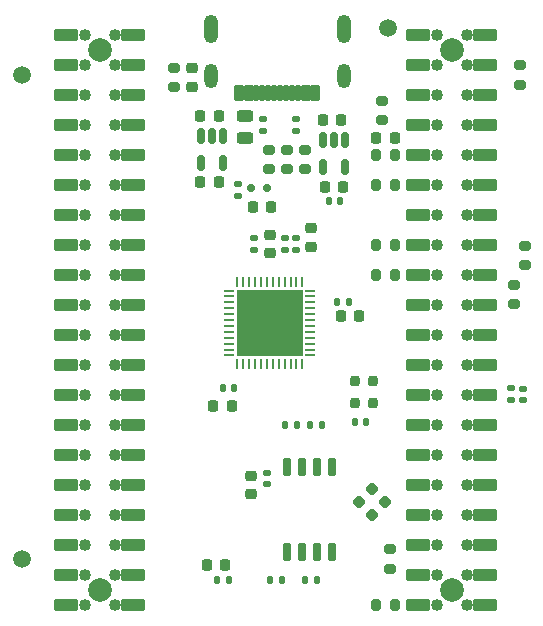
<source format=gbr>
G04 #@! TF.GenerationSoftware,KiCad,Pcbnew,7.0.9-7.0.9~ubuntu22.04.1*
G04 #@! TF.CreationDate,2023-12-06T03:49:37-05:00*
G04 #@! TF.ProjectId,caravel-breakout-fpga-ICE40UP5K-TT3,63617261-7665-46c2-9d62-7265616b6f75,1.0*
G04 #@! TF.SameCoordinates,PX2dc6c00PY42c1d80*
G04 #@! TF.FileFunction,Soldermask,Top*
G04 #@! TF.FilePolarity,Negative*
%FSLAX46Y46*%
G04 Gerber Fmt 4.6, Leading zero omitted, Abs format (unit mm)*
G04 Created by KiCad (PCBNEW 7.0.9-7.0.9~ubuntu22.04.1) date 2023-12-06 03:49:37*
%MOMM*%
%LPD*%
G01*
G04 APERTURE LIST*
G04 Aperture macros list*
%AMRoundRect*
0 Rectangle with rounded corners*
0 $1 Rounding radius*
0 $2 $3 $4 $5 $6 $7 $8 $9 X,Y pos of 4 corners*
0 Add a 4 corners polygon primitive as box body*
4,1,4,$2,$3,$4,$5,$6,$7,$8,$9,$2,$3,0*
0 Add four circle primitives for the rounded corners*
1,1,$1+$1,$2,$3*
1,1,$1+$1,$4,$5*
1,1,$1+$1,$6,$7*
1,1,$1+$1,$8,$9*
0 Add four rect primitives between the rounded corners*
20,1,$1+$1,$2,$3,$4,$5,0*
20,1,$1+$1,$4,$5,$6,$7,0*
20,1,$1+$1,$6,$7,$8,$9,0*
20,1,$1+$1,$8,$9,$2,$3,0*%
G04 Aperture macros list end*
%ADD10RoundRect,0.225000X0.225000X0.250000X-0.225000X0.250000X-0.225000X-0.250000X0.225000X-0.250000X0*%
%ADD11C,1.020000*%
%ADD12C,2.000000*%
%ADD13RoundRect,0.102000X0.898000X0.408000X-0.898000X0.408000X-0.898000X-0.408000X0.898000X-0.408000X0*%
%ADD14RoundRect,0.140000X0.170000X-0.140000X0.170000X0.140000X-0.170000X0.140000X-0.170000X-0.140000X0*%
%ADD15RoundRect,0.225000X-0.250000X0.225000X-0.250000X-0.225000X0.250000X-0.225000X0.250000X0.225000X0*%
%ADD16RoundRect,0.200000X0.275000X-0.200000X0.275000X0.200000X-0.275000X0.200000X-0.275000X-0.200000X0*%
%ADD17RoundRect,0.200000X-0.275000X0.200000X-0.275000X-0.200000X0.275000X-0.200000X0.275000X0.200000X0*%
%ADD18C,1.500000*%
%ADD19RoundRect,0.200000X-0.335876X-0.053033X-0.053033X-0.335876X0.335876X0.053033X0.053033X0.335876X0*%
%ADD20RoundRect,0.200000X0.200000X0.275000X-0.200000X0.275000X-0.200000X-0.275000X0.200000X-0.275000X0*%
%ADD21RoundRect,0.150000X-0.150000X0.512500X-0.150000X-0.512500X0.150000X-0.512500X0.150000X0.512500X0*%
%ADD22RoundRect,0.135000X0.185000X-0.135000X0.185000X0.135000X-0.185000X0.135000X-0.185000X-0.135000X0*%
%ADD23RoundRect,0.225000X0.250000X-0.225000X0.250000X0.225000X-0.250000X0.225000X-0.250000X-0.225000X0*%
%ADD24RoundRect,0.200000X0.200000X0.250000X-0.200000X0.250000X-0.200000X-0.250000X0.200000X-0.250000X0*%
%ADD25RoundRect,0.135000X-0.135000X-0.185000X0.135000X-0.185000X0.135000X0.185000X-0.135000X0.185000X0*%
%ADD26RoundRect,0.140000X0.140000X0.170000X-0.140000X0.170000X-0.140000X-0.170000X0.140000X-0.170000X0*%
%ADD27RoundRect,0.218750X0.218750X0.256250X-0.218750X0.256250X-0.218750X-0.256250X0.218750X-0.256250X0*%
%ADD28RoundRect,0.225000X-0.225000X-0.250000X0.225000X-0.250000X0.225000X0.250000X-0.225000X0.250000X0*%
%ADD29RoundRect,0.150000X0.150000X-0.650000X0.150000X0.650000X-0.150000X0.650000X-0.150000X-0.650000X0*%
%ADD30RoundRect,0.135000X0.135000X0.185000X-0.135000X0.185000X-0.135000X-0.185000X0.135000X-0.185000X0*%
%ADD31RoundRect,0.243750X-0.456250X0.243750X-0.456250X-0.243750X0.456250X-0.243750X0.456250X0.243750X0*%
%ADD32RoundRect,0.140000X-0.170000X0.140000X-0.170000X-0.140000X0.170000X-0.140000X0.170000X0.140000X0*%
%ADD33RoundRect,0.140000X-0.140000X-0.170000X0.140000X-0.170000X0.140000X0.170000X-0.140000X0.170000X0*%
%ADD34RoundRect,0.102000X0.300000X0.550000X-0.300000X0.550000X-0.300000X-0.550000X0.300000X-0.550000X0*%
%ADD35RoundRect,0.102000X0.150000X0.550000X-0.150000X0.550000X-0.150000X-0.550000X0.150000X-0.550000X0*%
%ADD36O,1.250000X2.400000*%
%ADD37O,1.180000X2.080000*%
%ADD38RoundRect,0.135000X-0.185000X0.135000X-0.185000X-0.135000X0.185000X-0.135000X0.185000X0.135000X0*%
%ADD39RoundRect,0.062500X0.062500X-0.375000X0.062500X0.375000X-0.062500X0.375000X-0.062500X-0.375000X0*%
%ADD40RoundRect,0.062500X0.375000X-0.062500X0.375000X0.062500X-0.375000X0.062500X-0.375000X-0.062500X0*%
%ADD41R,5.600000X5.600000*%
%ADD42RoundRect,0.200000X-0.053033X0.335876X-0.335876X0.053033X0.053033X-0.335876X0.335876X-0.053033X0*%
%ADD43RoundRect,0.150000X-0.150000X-0.200000X0.150000X-0.200000X0.150000X0.200000X-0.150000X0.200000X0*%
G04 APERTURE END LIST*
D10*
X18775000Y19000000D03*
X17225000Y19000000D03*
D11*
X6330000Y2120000D03*
X8870000Y2120000D03*
D12*
X7600000Y3390000D03*
D11*
X6330000Y4660000D03*
X8870000Y4660000D03*
X6330000Y7200000D03*
X8870000Y7200000D03*
X6330000Y9740000D03*
X8870000Y9740000D03*
X6330000Y12280000D03*
X8870000Y12280000D03*
X6330000Y14820000D03*
X8870000Y14820000D03*
X6330000Y17360000D03*
X8870000Y17360000D03*
X6330000Y19900000D03*
X8870000Y19900000D03*
X6330000Y22440000D03*
X8870000Y22440000D03*
X6330000Y24980000D03*
X8870000Y24980000D03*
X6330000Y27520000D03*
X8870000Y27520000D03*
X6330000Y30060000D03*
X8870000Y30060000D03*
X6330000Y32600000D03*
X8870000Y32600000D03*
X6330000Y35140000D03*
X8870000Y35140000D03*
X6330000Y37680000D03*
X8870000Y37680000D03*
X6330000Y40220000D03*
X8870000Y40220000D03*
X6330000Y42760000D03*
X8870000Y42760000D03*
X6330000Y45300000D03*
X8870000Y45300000D03*
X6330000Y47840000D03*
X8870000Y47840000D03*
D12*
X7600000Y49110000D03*
D11*
X6330000Y50380000D03*
X8870000Y50380000D03*
D13*
X10450000Y2120000D03*
X4750000Y2120000D03*
X10450000Y4660000D03*
X4750000Y4660000D03*
X10450000Y7200000D03*
X4750000Y7200000D03*
X10450000Y9740000D03*
X4750000Y9740000D03*
X10450000Y12280000D03*
X4750000Y12280000D03*
X10450000Y14820000D03*
X4750000Y14820000D03*
X10450000Y17360000D03*
X4750000Y17360000D03*
X10450000Y19900000D03*
X4750000Y19900000D03*
X10450000Y22440000D03*
X4750000Y22440000D03*
X10450000Y24980000D03*
X4750000Y24980000D03*
X10450000Y27520000D03*
X4750000Y27520000D03*
X10450000Y30060000D03*
X4750000Y30060000D03*
X10450000Y32600000D03*
X4750000Y32600000D03*
X10450000Y35140000D03*
X4750000Y35140000D03*
X10450000Y37680000D03*
X4750000Y37680000D03*
X10450000Y40220000D03*
X4750000Y40220000D03*
X10450000Y42760000D03*
X4750000Y42760000D03*
X10450000Y45300000D03*
X4750000Y45300000D03*
X10450000Y47840000D03*
X4750000Y47840000D03*
X10450000Y50380000D03*
X4750000Y50380000D03*
D14*
X24250000Y32220000D03*
X24250000Y33180000D03*
D15*
X20400000Y13075000D03*
X20400000Y11525000D03*
D16*
X24950000Y39025000D03*
X24950000Y40675000D03*
D17*
X23450000Y40675000D03*
X23450000Y39025000D03*
D18*
X32000000Y51000000D03*
D16*
X31500000Y43150000D03*
X31500000Y44800000D03*
D19*
X30616637Y11983363D03*
X31783363Y10816637D03*
D14*
X43400000Y19470000D03*
X43400000Y20430000D03*
D20*
X32625000Y2100000D03*
X30975000Y2100000D03*
D15*
X15400000Y47562500D03*
X15400000Y46012500D03*
D17*
X43200000Y47825000D03*
X43200000Y46175000D03*
D21*
X28400000Y41487500D03*
X27450000Y41487500D03*
X26500000Y41487500D03*
X26500000Y39212500D03*
X28400000Y39212500D03*
D22*
X42400000Y19440000D03*
X42400000Y20460000D03*
D23*
X25450000Y32475000D03*
X25450000Y34025000D03*
D20*
X32625000Y32600000D03*
X30975000Y32600000D03*
D24*
X30700000Y19200000D03*
X30700000Y21050000D03*
X29250000Y21050000D03*
X29250000Y19200000D03*
D19*
X29516637Y10883363D03*
X30683363Y9716637D03*
D25*
X24990000Y4200000D03*
X26010000Y4200000D03*
D26*
X27930000Y36350000D03*
X26970000Y36350000D03*
D27*
X18237500Y5550000D03*
X16662500Y5550000D03*
D28*
X31025000Y41700000D03*
X32575000Y41700000D03*
D10*
X17675000Y37900000D03*
X16125000Y37900000D03*
D17*
X21950000Y40675000D03*
X21950000Y39025000D03*
D29*
X23495000Y6600000D03*
X24765000Y6600000D03*
X26035000Y6600000D03*
X27305000Y6600000D03*
X27305000Y13800000D03*
X26035000Y13800000D03*
X24765000Y13800000D03*
X23495000Y13800000D03*
D25*
X25390000Y17400000D03*
X26410000Y17400000D03*
D20*
X32625000Y37700000D03*
X30975000Y37700000D03*
D10*
X17675000Y43500000D03*
X16125000Y43500000D03*
D30*
X18510000Y4200000D03*
X17490000Y4200000D03*
D28*
X26475000Y43200000D03*
X28025000Y43200000D03*
D18*
X1000000Y47000000D03*
D22*
X23300000Y32190000D03*
X23300000Y33210000D03*
D31*
X19900000Y43537500D03*
X19900000Y41662500D03*
D10*
X28225000Y37550000D03*
X26675000Y37550000D03*
D23*
X22000000Y31925000D03*
X22000000Y33475000D03*
D17*
X32200000Y6825000D03*
X32200000Y5175000D03*
X43600000Y32525000D03*
X43600000Y30875000D03*
D32*
X19300000Y37730000D03*
X19300000Y36770000D03*
D17*
X42700000Y29225000D03*
X42700000Y27575000D03*
D20*
X32625000Y40200000D03*
X30975000Y40200000D03*
D33*
X27720000Y27800000D03*
X28680000Y27800000D03*
D17*
X13900000Y47625000D03*
X13900000Y45975000D03*
D26*
X18980000Y20500000D03*
X18020000Y20500000D03*
D33*
X29170000Y17600000D03*
X30130000Y17600000D03*
D10*
X22125000Y35850000D03*
X20575000Y35850000D03*
D34*
X25820000Y45450000D03*
X25020000Y45450000D03*
D35*
X23870000Y45450000D03*
X22870000Y45450000D03*
X22370000Y45450000D03*
X21370000Y45450000D03*
D34*
X19420000Y45450000D03*
X20220000Y45450000D03*
D35*
X20870000Y45450000D03*
X21870000Y45450000D03*
X23370000Y45450000D03*
X24370000Y45450000D03*
D36*
X28240000Y50900000D03*
D37*
X17000000Y46900000D03*
X28240000Y46900000D03*
D36*
X17000000Y50900000D03*
D38*
X21400000Y43310000D03*
X21400000Y42290000D03*
X24180000Y43310000D03*
X24180000Y42290000D03*
D39*
X19250000Y22562500D03*
X19750000Y22562500D03*
X20250000Y22562500D03*
X20750000Y22562500D03*
X21250000Y22562500D03*
X21750000Y22562500D03*
X22250000Y22562500D03*
X22750000Y22562500D03*
X23250000Y22562500D03*
X23750000Y22562500D03*
X24250000Y22562500D03*
X24750000Y22562500D03*
D40*
X25437500Y23250000D03*
X25437500Y23750000D03*
X25437500Y24250000D03*
X25437500Y24750000D03*
X25437500Y25250000D03*
X25437500Y25750000D03*
X25437500Y26250000D03*
X25437500Y26750000D03*
X25437500Y27250000D03*
X25437500Y27750000D03*
X25437500Y28250000D03*
X25437500Y28750000D03*
D39*
X24750000Y29437500D03*
X24250000Y29437500D03*
X23750000Y29437500D03*
X23250000Y29437500D03*
X22750000Y29437500D03*
X22250000Y29437500D03*
X21750000Y29437500D03*
X21250000Y29437500D03*
X20750000Y29437500D03*
X20250000Y29437500D03*
X19750000Y29437500D03*
X19250000Y29437500D03*
D40*
X18562500Y28750000D03*
X18562500Y28250000D03*
X18562500Y27750000D03*
X18562500Y27250000D03*
X18562500Y26750000D03*
X18562500Y26250000D03*
X18562500Y25750000D03*
X18562500Y25250000D03*
X18562500Y24750000D03*
X18562500Y24250000D03*
X18562500Y23750000D03*
X18562500Y23250000D03*
D41*
X22000000Y26000000D03*
D42*
X30683363Y11983363D03*
X29516637Y10816637D03*
D20*
X32625000Y30100000D03*
X30975000Y30100000D03*
D11*
X36130000Y2120000D03*
X38670000Y2120000D03*
D12*
X37400000Y3390000D03*
D11*
X36130000Y4660000D03*
X38670000Y4660000D03*
X36130000Y7200000D03*
X38670000Y7200000D03*
X36130000Y9740000D03*
X38670000Y9740000D03*
X36130000Y12280000D03*
X38670000Y12280000D03*
X36130000Y14820000D03*
X38670000Y14820000D03*
X36130000Y17360000D03*
X38670000Y17360000D03*
X36130000Y19900000D03*
X38670000Y19900000D03*
X36130000Y22440000D03*
X38670000Y22440000D03*
X36130000Y24980000D03*
X38670000Y24980000D03*
X36130000Y27520000D03*
X38670000Y27520000D03*
X36130000Y30060000D03*
X38670000Y30060000D03*
X36130000Y32600000D03*
X38670000Y32600000D03*
X36130000Y35140000D03*
X38670000Y35140000D03*
X36130000Y37680000D03*
X38670000Y37680000D03*
X36130000Y40220000D03*
X38670000Y40220000D03*
X36130000Y42760000D03*
X38670000Y42760000D03*
X36130000Y45300000D03*
X38670000Y45300000D03*
X36130000Y47840000D03*
X38670000Y47840000D03*
D12*
X37400000Y49110000D03*
D11*
X36130000Y50380000D03*
X38670000Y50380000D03*
D13*
X40250000Y2120000D03*
X34550000Y2120000D03*
X40250000Y4660000D03*
X34550000Y4660000D03*
X40250000Y7200000D03*
X34550000Y7200000D03*
X40250000Y9740000D03*
X34550000Y9740000D03*
X40250000Y12280000D03*
X34550000Y12280000D03*
X40250000Y14820000D03*
X34550000Y14820000D03*
X40250000Y17360000D03*
X34550000Y17360000D03*
X40250000Y19900000D03*
X34550000Y19900000D03*
X40250000Y22440000D03*
X34550000Y22440000D03*
X40250000Y24980000D03*
X34550000Y24980000D03*
X40250000Y27520000D03*
X34550000Y27520000D03*
X40250000Y30060000D03*
X34550000Y30060000D03*
X40250000Y32600000D03*
X34550000Y32600000D03*
X40250000Y35140000D03*
X34550000Y35140000D03*
X40250000Y37680000D03*
X34550000Y37680000D03*
X40250000Y40220000D03*
X34550000Y40220000D03*
X40250000Y42760000D03*
X34550000Y42760000D03*
X40250000Y45300000D03*
X34550000Y45300000D03*
X40250000Y47840000D03*
X34550000Y47840000D03*
X40250000Y50380000D03*
X34550000Y50380000D03*
D25*
X23290000Y17400000D03*
X24310000Y17400000D03*
X21990000Y4200000D03*
X23010000Y4200000D03*
D14*
X20700000Y32220000D03*
X20700000Y33180000D03*
D18*
X1000000Y6000000D03*
D43*
X21800000Y37450000D03*
X20400000Y37450000D03*
D28*
X28025000Y26600000D03*
X29575000Y26600000D03*
D42*
X31783363Y10883363D03*
X30616637Y9716637D03*
D21*
X18050000Y41837500D03*
X17100000Y41837500D03*
X16150000Y41837500D03*
X16150000Y39562500D03*
X18050000Y39562500D03*
D32*
X21750000Y13330000D03*
X21750000Y12370000D03*
M02*

</source>
